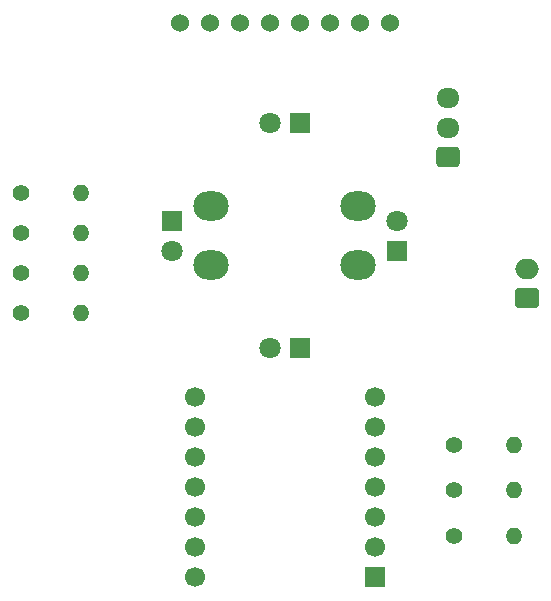
<source format=gbr>
%TF.GenerationSoftware,KiCad,Pcbnew,8.0.3-8.0.3-0~ubuntu22.04.1*%
%TF.CreationDate,2024-06-11T22:30:15+02:00*%
%TF.ProjectId,Air_PCB,4169725f-5043-4422-9e6b-696361645f70,rev?*%
%TF.SameCoordinates,Original*%
%TF.FileFunction,Soldermask,Bot*%
%TF.FilePolarity,Negative*%
%FSLAX46Y46*%
G04 Gerber Fmt 4.6, Leading zero omitted, Abs format (unit mm)*
G04 Created by KiCad (PCBNEW 8.0.3-8.0.3-0~ubuntu22.04.1) date 2024-06-11 22:30:15*
%MOMM*%
%LPD*%
G01*
G04 APERTURE LIST*
G04 Aperture macros list*
%AMRoundRect*
0 Rectangle with rounded corners*
0 $1 Rounding radius*
0 $2 $3 $4 $5 $6 $7 $8 $9 X,Y pos of 4 corners*
0 Add a 4 corners polygon primitive as box body*
4,1,4,$2,$3,$4,$5,$6,$7,$8,$9,$2,$3,0*
0 Add four circle primitives for the rounded corners*
1,1,$1+$1,$2,$3*
1,1,$1+$1,$4,$5*
1,1,$1+$1,$6,$7*
1,1,$1+$1,$8,$9*
0 Add four rect primitives between the rounded corners*
20,1,$1+$1,$2,$3,$4,$5,0*
20,1,$1+$1,$4,$5,$6,$7,0*
20,1,$1+$1,$6,$7,$8,$9,0*
20,1,$1+$1,$8,$9,$2,$3,0*%
G04 Aperture macros list end*
%ADD10O,3.000000X2.500000*%
%ADD11C,1.400000*%
%ADD12O,1.400000X1.400000*%
%ADD13RoundRect,0.250000X0.725000X-0.600000X0.725000X0.600000X-0.725000X0.600000X-0.725000X-0.600000X0*%
%ADD14O,1.950000X1.700000*%
%ADD15R,1.800000X1.800000*%
%ADD16C,1.800000*%
%ADD17C,1.524000*%
%ADD18C,1.700000*%
%ADD19R,1.700000X1.700000*%
%ADD20RoundRect,0.250000X0.750000X-0.600000X0.750000X0.600000X-0.750000X0.600000X-0.750000X-0.600000X0*%
%ADD21O,2.000000X1.700000*%
G04 APERTURE END LIST*
D10*
%TO.C,SW1*%
X133750000Y-117500000D03*
X146250000Y-117500000D03*
X133750000Y-122500000D03*
X146250000Y-122500000D03*
%TD*%
D11*
%TO.C,R6*%
X117710000Y-126550000D03*
D12*
X122790000Y-126550000D03*
%TD*%
D11*
%TO.C,R5*%
X117710000Y-123150000D03*
D12*
X122790000Y-123150000D03*
%TD*%
D13*
%TO.C,SWITCH*%
X153800000Y-113350000D03*
D14*
X153800000Y-110850000D03*
X153800000Y-108350000D03*
%TD*%
D11*
%TO.C,R7*%
X117710000Y-116350000D03*
D12*
X122790000Y-116350000D03*
%TD*%
D11*
%TO.C,R4*%
X117710000Y-119750000D03*
D12*
X122790000Y-119750000D03*
%TD*%
D15*
%TO.C,D3*%
X130500000Y-118725000D03*
D16*
X130500000Y-121265000D03*
%TD*%
D11*
%TO.C,R1*%
X154300000Y-137700000D03*
D12*
X159380000Y-137700000D03*
%TD*%
D11*
%TO.C,R2*%
X154300000Y-141550000D03*
D12*
X159380000Y-141550000D03*
%TD*%
D17*
%TO.C,U1*%
X148890000Y-101996000D03*
X146350000Y-101996000D03*
X143810000Y-101996000D03*
X141270000Y-101996000D03*
X138730000Y-101996000D03*
X136190000Y-101996000D03*
X133650000Y-101996000D03*
X131110000Y-101996000D03*
%TD*%
D18*
%TO.C,M1*%
X132375000Y-148870000D03*
X132375000Y-146330000D03*
X132375000Y-143790000D03*
X132375000Y-141250000D03*
X132375000Y-138710000D03*
X132375000Y-136170000D03*
X132375000Y-133630000D03*
X147625000Y-133630000D03*
X147625000Y-136170000D03*
X147625000Y-138710000D03*
X147625000Y-141250000D03*
X147625000Y-143790000D03*
X147625000Y-146330000D03*
D19*
X147625000Y-148870000D03*
%TD*%
D15*
%TO.C,D4*%
X141275000Y-110500000D03*
D16*
X138735000Y-110500000D03*
%TD*%
D20*
%TO.C,BATTERY*%
X160475000Y-125300000D03*
D21*
X160475000Y-122800000D03*
%TD*%
D15*
%TO.C,D2*%
X141275000Y-129500000D03*
D16*
X138735000Y-129500000D03*
%TD*%
D15*
%TO.C,D1*%
X149500000Y-121275000D03*
D16*
X149500000Y-118735000D03*
%TD*%
D11*
%TO.C,R3*%
X154300000Y-145400000D03*
D12*
X159380000Y-145400000D03*
%TD*%
M02*

</source>
